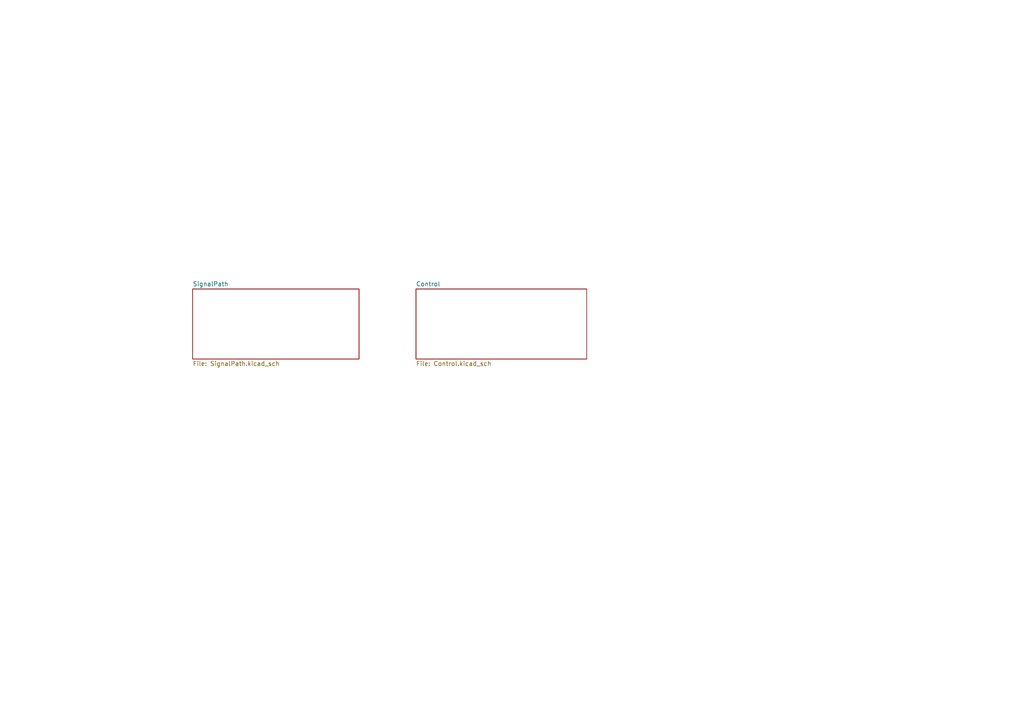
<source format=kicad_sch>
(kicad_sch
	(version 20250114)
	(generator "eeschema")
	(generator_version "9.0")
	(uuid "2c0da54d-2afb-46ce-9ac5-2596046e7917")
	(paper "A4")
	(title_block
		(title "Swticher Matrix 4x4")
		(date "2025-12-10")
		(rev "r1p0")
		(company "Optoland Design")
		(comment 1 "Chuck Timber")
	)
	(lib_symbols)
	(sheet
		(at 120.65 83.82)
		(size 49.53 20.32)
		(exclude_from_sim no)
		(in_bom yes)
		(on_board yes)
		(dnp no)
		(fields_autoplaced yes)
		(stroke
			(width 0.1524)
			(type solid)
		)
		(fill
			(color 0 0 0 0.0000)
		)
		(uuid "562ea25f-25ba-41ac-8abc-78e5981c1581")
		(property "Sheetname" "Control"
			(at 120.65 83.1084 0)
			(effects
				(font
					(size 1.27 1.27)
				)
				(justify left bottom)
			)
		)
		(property "Sheetfile" "Control.kicad_sch"
			(at 120.65 104.7246 0)
			(effects
				(font
					(size 1.27 1.27)
				)
				(justify left top)
			)
		)
		(instances
			(project "SWer_matrix"
				(path "/2c0da54d-2afb-46ce-9ac5-2596046e7917"
					(page "3")
				)
			)
		)
	)
	(sheet
		(at 55.88 83.82)
		(size 48.26 20.32)
		(exclude_from_sim no)
		(in_bom yes)
		(on_board yes)
		(dnp no)
		(fields_autoplaced yes)
		(stroke
			(width 0.1524)
			(type solid)
		)
		(fill
			(color 0 0 0 0.0000)
		)
		(uuid "c35b040c-f7dd-4ce4-8041-7eb546f46e78")
		(property "Sheetname" "SignalPath"
			(at 55.88 83.1084 0)
			(effects
				(font
					(size 1.27 1.27)
				)
				(justify left bottom)
			)
		)
		(property "Sheetfile" "SignalPath.kicad_sch"
			(at 55.88 104.7246 0)
			(effects
				(font
					(size 1.27 1.27)
				)
				(justify left top)
			)
		)
		(instances
			(project "SWer_matrix"
				(path "/2c0da54d-2afb-46ce-9ac5-2596046e7917"
					(page "2")
				)
			)
		)
	)
	(sheet_instances
		(path "/"
			(page "1")
		)
	)
	(embedded_fonts no)
)

</source>
